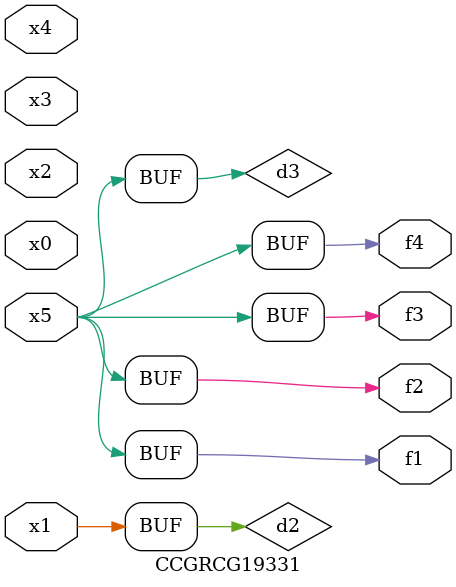
<source format=v>
module CCGRCG19331(
	input x0, x1, x2, x3, x4, x5,
	output f1, f2, f3, f4
);

	wire d1, d2, d3;

	not (d1, x5);
	or (d2, x1);
	xnor (d3, d1);
	assign f1 = d3;
	assign f2 = d3;
	assign f3 = d3;
	assign f4 = d3;
endmodule

</source>
